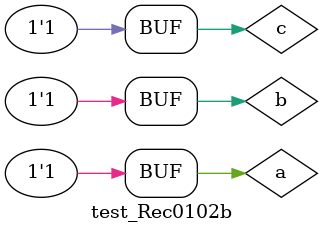
<source format=v>

module Rec0102b (output s, 
                 input  a, 
                 input  b, 
                 input  c);
    wire mux_a; // Saída do MUX interno

    // MUX interno: (a, not(a), b)
    assign mux_a = a ? ~a : b; // Se a é 1, s = not(a); senão, s = b

    // MUX externo: (c, not(c), mux_a)
    assign s = c ? ~c : mux_a; // Se c é 1, s = not(c); senão, s = mux_a
endmodule 

module test_Rec0102b; 
// ------------------------- definir dados 
    reg  a; 
    reg  b; 
    reg  c; 
    wire s;  

    Rec0102b modulo06 (s, a, b, c); 

// ------------------------- parte principal 
    initial 
    begin : main 
        $display("Rec0102b - Cauã Costa Alves - 855926"); 
        $display("   a    b    c    s"); 
        
        $monitor("%4b %4b %4b %4b", a, b, c, s); 

        a = 1'b0;  b = 1'b0;  c = 1'b0;
        #1      a = 1'b0;  b = 1'b0;  c = 1'b1;
        #1      a = 1'b0;  b = 1'b1;  c = 1'b0;
        #1      a = 1'b0;  b = 1'b1;  c = 1'b1;
        #1      a = 1'b1;  b = 1'b0;  c = 1'b0;
        #1      a = 1'b1;  b = 1'b0;  c = 1'b1;
        #1      a = 1'b1;  b = 1'b1;  c = 1'b0;
        #1      a = 1'b1;  b = 1'b1;  c = 1'b1;
    end 

endmodule  

</source>
